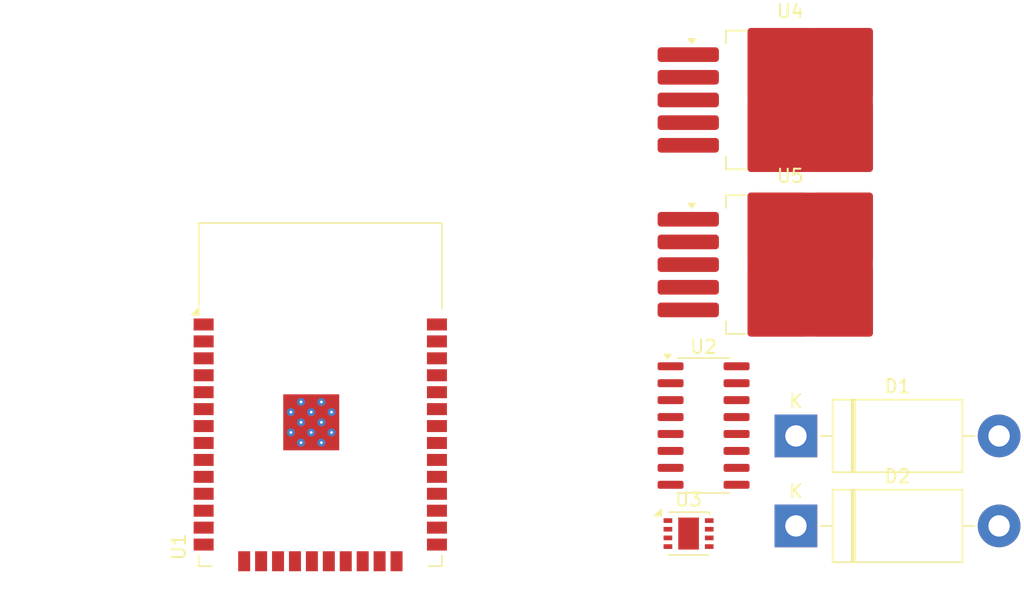
<source format=kicad_pcb>
(kicad_pcb (version 20240108) (generator "pcbnew") (generator_version "8.0")
  (layers (0 "F.Cu" signal) (31 "B.Cu" signal) (34 "B.Paste" user) (35 "F.Paste" user) (36 "B.SilkS" user "B.Silkscreen") (37 "F.SilkS" user "F.Silkscreen") (38 "B.Mask" user) (39 "F.Mask" user) (44 "Edge.Cuts" user))
  (net 0 "")
  (net 1 "Net-(U1-GND-Pad1)")
  (net 61 "Net-(D1-K)")
  (net 62 "GND")
  (net 63 "Net-(D2-K)")
  (net 64 "+5V")
  (net 65 "+12V")
  (net 66 "+3.3V")
  (footprint "Diode_THT:D_DO-201AD_P15.24mm_Horizontal" (layer "F.Cu") (at 175.1584 101.8096)
    (property "Reference" "D1" (at 7.62 -3.72 0) (layer "F.SilkS"))
    (property "Value" "1N5820")
    (fp_line (start 1.84 0) (end 2.75 0) (stroke (width 0.12)) (layer "F.SilkS"))
    (fp_line (start 2.75 -2.72) (end 2.75 2.72) (stroke (width 0.12)) (layer "F.SilkS"))
    (fp_line (start 2.75 2.72) (end 12.49 2.72) (stroke (width 0.12)) (layer "F.SilkS"))
    (fp_line (start 4.175 -2.72) (end 4.175 2.72) (stroke (width 0.12)) (layer "F.SilkS"))
    (fp_line (start 4.295 -2.72) (end 4.295 2.72) (stroke (width 0.12)) (layer "F.SilkS"))
    (fp_line (start 4.415 -2.72) (end 4.415 2.72) (stroke (width 0.12)) (layer "F.SilkS"))
    (fp_line (start 12.49 -2.72) (end 2.75 -2.72) (stroke (width 0.12)) (layer "F.SilkS"))
    (fp_line (start 12.49 2.72) (end 12.49 -2.72) (stroke (width 0.12)) (layer "F.SilkS"))
    (fp_line (start 13.4 0) (end 12.49 0) (stroke (width 0.12)) (layer "F.SilkS"))
    (fp_text user "K" (at 0 -2.6 0) (layer "F.SilkS"))
    (pad "1" thru_hole rect (at 0 0) (size 3.2 3.2) (drill 1.6) (layers "*.Cu" "*.Mask") (net 61 "Net-(D1-K)"))
    (pad "2" thru_hole oval (at 15.24 0) (size 3.2 3.2) (drill 1.6) (layers "*.Cu" "*.Mask") (net 62 "GND"))
  )
  (footprint "Diode_THT:D_DO-201AD_P15.24mm_Horizontal" (layer "F.Cu") (at 175.1584 108.5596)
    (property "Reference" "D2" (at 7.62 -3.72 0) (layer "F.SilkS"))
    (property "Value" "1N5820")
    (fp_line (start 1.84 0) (end 2.75 0) (stroke (width 0.12)) (layer "F.SilkS"))
    (fp_line (start 2.75 -2.72) (end 2.75 2.72) (stroke (width 0.12)) (layer "F.SilkS"))
    (fp_line (start 2.75 2.72) (end 12.49 2.72) (stroke (width 0.12)) (layer "F.SilkS"))
    (fp_line (start 4.175 -2.72) (end 4.175 2.72) (stroke (width 0.12)) (layer "F.SilkS"))
    (fp_line (start 4.295 -2.72) (end 4.295 2.72) (stroke (width 0.12)) (layer "F.SilkS"))
    (fp_line (start 4.415 -2.72) (end 4.415 2.72) (stroke (width 0.12)) (layer "F.SilkS"))
    (fp_line (start 12.49 -2.72) (end 2.75 -2.72) (stroke (width 0.12)) (layer "F.SilkS"))
    (fp_line (start 12.49 2.72) (end 12.49 -2.72) (stroke (width 0.12)) (layer "F.SilkS"))
    (fp_line (start 13.4 0) (end 12.49 0) (stroke (width 0.12)) (layer "F.SilkS"))
    (fp_text user "K" (at 0 -2.6 0) (layer "F.SilkS"))
    (pad "1" thru_hole rect (at 0 0) (size 3.2 3.2) (drill 1.6) (layers "*.Cu" "*.Mask") (net 63 "Net-(D2-K)"))
    (pad "2" thru_hole oval (at 15.24 0) (size 3.2 3.2) (drill 1.6) (layers "*.Cu" "*.Mask") (net 62 "GND"))
  )
  (footprint "Package_TO_SOT_SMD:TO-263-5_TabPin3" (layer "F.Cu") (at 174.731 76.609)
    (property "Reference" "U4" (at 0 -6.65 0) (layer "F.SilkS"))
    (property "Value" "LM2576S-5")
    (fp_line (start -4.825 -5.2) (end -4.825 -4.25) (stroke (width 0.12)) (layer "F.SilkS"))
    (fp_line (start -4.825 5.2) (end -4.825 4.25) (stroke (width 0.12)) (layer "F.SilkS"))
    (fp_line (start -3.325 -5.2) (end -4.825 -5.2) (stroke (width 0.12)) (layer "F.SilkS"))
    (fp_line (start -3.325 5.2) (end -4.825 5.2) (stroke (width 0.12)) (layer "F.SilkS"))
    (fp_poly (pts (xy -7.3875 -4.25) (xy -7.6275 -4.58) (xy -7.1475 -4.58) (xy -7.3875 -4.25)) (stroke (width 0.12)) (fill solid) (layer "F.SilkS"))
    (pad "1" smd roundrect (at -7.65 -3.4) (size 4.6 1.1) (layers "F.Cu" "F.Paste" "F.Mask") (roundrect_rratio 0.227273) (net 65 "+12V"))
    (pad "2" smd roundrect (at -7.65 -1.7) (size 4.6 1.1) (layers "F.Cu" "F.Paste" "F.Mask") (roundrect_rratio 0.227273) (net 63 "Net-(D2-K)"))
    (pad "3" smd roundrect (at -7.65 0) (size 4.6 1.1) (layers "F.Cu" "F.Paste" "F.Mask") (roundrect_rratio 0.227273) (net 62 "GND"))
    (pad "3" smd roundrect (at -0.925 -2.775) (size 4.55 5.25) (layers "F.Cu" "F.Paste") (roundrect_rratio 0.054945) (net 62 "GND"))
    (pad "3" smd roundrect (at -0.925 2.775) (size 4.55 5.25) (layers "F.Cu" "F.Paste") (roundrect_rratio 0.054945) (net 62 "GND"))
    (pad "3" smd roundrect (at 1.5 0) (size 9.4 10.8) (layers "F.Cu" "F.Mask") (roundrect_rratio 0.026596) (net 62 "GND"))
    (pad "3" smd roundrect (at 3.925 -2.775) (size 4.55 5.25) (layers "F.Cu" "F.Paste") (roundrect_rratio 0.054945) (net 62 "GND"))
    (pad "3" smd roundrect (at 3.925 2.775) (size 4.55 5.25) (layers "F.Cu" "F.Paste") (roundrect_rratio 0.054945) (net 62 "GND"))
    (pad "4" smd roundrect (at -7.65 1.7) (size 4.6 1.1) (layers "F.Cu" "F.Paste" "F.Mask") (roundrect_rratio 0.227273) (net 64 "+5V"))
    (pad "5" smd roundrect (at -7.65 3.4) (size 4.6 1.1) (layers "F.Cu" "F.Paste" "F.Mask") (roundrect_rratio 0.227273) (net 62 "GND"))
  )
  (footprint "RF_Module:ESP32-WROOM-32" (layer "F.Cu") (at 139.481 101.699)
    (property "Reference" "U1" (at -10.61 8.43 90) (layer "F.SilkS"))
    (property "Value" "ESP32-WROOM-32")
    (fp_line (start -9.12 -15.86) (end -9.12 -9.7) (stroke (width 0.12)) (layer "F.SilkS"))
    (fp_line (start -9.12 -15.86) (end 9.12 -15.86) (stroke (width 0.12)) (layer "F.SilkS"))
    (fp_line (start -9.12 9.1) (end -9.12 9.88) (stroke (width 0.12)) (layer "F.SilkS"))
    (fp_line (start -9.12 9.88) (end -8.12 9.88) (stroke (width 0.12)) (layer "F.SilkS"))
    (fp_line (start 9.12 -15.86) (end 9.12 -9.445) (stroke (width 0.12)) (layer "F.SilkS"))
    (fp_line (start 9.12 9.1) (end 9.12 9.88) (stroke (width 0.12)) (layer "F.SilkS"))
    (fp_line (start 9.12 9.88) (end 8.12 9.88) (stroke (width 0.12)) (layer "F.SilkS"))
    (fp_poly (pts (xy -9.125 -8.975) (xy -9.625 -8.975) (xy -9.125 -9.475) (xy -9.125 -8.975)) (stroke (width 0.12)) (fill solid) (layer "F.SilkS"))
    (pad "1" smd rect (at -8.75 -8.25) (size 1.5 0.9) (layers "F.Cu" "F.Paste" "F.Mask") (net 1 "Net-(U1-GND-Pad1)"))
    (pad "2" smd rect (at -8.75 -6.98) (size 1.5 0.9) (layers "F.Cu" "F.Paste" "F.Mask"))
    (pad "3" smd rect (at -8.75 -5.71) (size 1.5 0.9) (layers "F.Cu" "F.Paste" "F.Mask"))
    (pad "4" smd rect (at -8.75 -4.44) (size 1.5 0.9) (layers "F.Cu" "F.Paste" "F.Mask"))
    (pad "5" smd rect (at -8.75 -3.17) (size 1.5 0.9) (layers "F.Cu" "F.Paste" "F.Mask"))
    (pad "6" smd rect (at -8.75 -1.9) (size 1.5 0.9) (layers "F.Cu" "F.Paste" "F.Mask"))
    (pad "7" smd rect (at -8.75 -0.63) (size 1.5 0.9) (layers "F.Cu" "F.Paste" "F.Mask"))
    (pad "8" smd rect (at -8.75 0.64) (size 1.5 0.9) (layers "F.Cu" "F.Paste" "F.Mask"))
    (pad "9" smd rect (at -8.75 1.91) (size 1.5 0.9) (layers "F.Cu" "F.Paste" "F.Mask"))
    (pad "10" smd rect (at -8.75 3.18) (size 1.5 0.9) (layers "F.Cu" "F.Paste" "F.Mask"))
    (pad "11" smd rect (at -8.75 4.45) (size 1.5 0.9) (layers "F.Cu" "F.Paste" "F.Mask"))
    (pad "12" smd rect (at -8.75 5.72) (size 1.5 0.9) (layers "F.Cu" "F.Paste" "F.Mask"))
    (pad "13" smd rect (at -8.75 6.99) (size 1.5 0.9) (layers "F.Cu" "F.Paste" "F.Mask"))
    (pad "14" smd rect (at -8.75 8.26) (size 1.5 0.9) (layers "F.Cu" "F.Paste" "F.Mask"))
    (pad "15" smd rect (at -5.71 9.51 90) (size 1.5 0.9) (layers "F.Cu" "F.Paste" "F.Mask") (net 1 "Net-(U1-GND-Pad1)"))
    (pad "16" smd rect (at -4.44 9.51 90) (size 1.5 0.9) (layers "F.Cu" "F.Paste" "F.Mask"))
    (pad "17" smd rect (at -3.17 9.51 90) (size 1.5 0.9) (layers "F.Cu" "F.Paste" "F.Mask"))
    (pad "18" smd rect (at -1.9 9.51 90) (size 1.5 0.9) (layers "F.Cu" "F.Paste" "F.Mask"))
    (pad "19" smd rect (at -0.63 9.51 90) (size 1.5 0.9) (layers "F.Cu" "F.Paste" "F.Mask"))
    (pad "20" smd rect (at 0.64 9.51 90) (size 1.5 0.9) (layers "F.Cu" "F.Paste" "F.Mask"))
    (pad "21" smd rect (at 1.91 9.51 90) (size 1.5 0.9) (layers "F.Cu" "F.Paste" "F.Mask"))
    (pad "22" smd rect (at 3.18 9.51 90) (size 1.5 0.9) (layers "F.Cu" "F.Paste" "F.Mask"))
    (pad "23" smd rect (at 4.45 9.51 90) (size 1.5 0.9) (layers "F.Cu" "F.Paste" "F.Mask"))
    (pad "24" smd rect (at 5.72 9.51 90) (size 1.5 0.9) (layers "F.Cu" "F.Paste" "F.Mask"))
    (pad "25" smd rect (at 8.75 8.26) (size 1.5 0.9) (layers "F.Cu" "F.Paste" "F.Mask"))
    (pad "26" smd rect (at 8.75 6.99) (size 1.5 0.9) (layers "F.Cu" "F.Paste" "F.Mask"))
    (pad "27" smd rect (at 8.75 5.72) (size 1.5 0.9) (layers "F.Cu" "F.Paste" "F.Mask"))
    (pad "28" smd rect (at 8.75 4.45) (size 1.5 0.9) (layers "F.Cu" "F.Paste" "F.Mask"))
    (pad "29" smd rect (at 8.75 3.18) (size 1.5 0.9) (layers "F.Cu" "F.Paste" "F.Mask"))
    (pad "30" smd rect (at 8.75 1.91) (size 1.5 0.9) (layers "F.Cu" "F.Paste" "F.Mask"))
    (pad "31" smd rect (at 8.75 0.64) (size 1.5 0.9) (layers "F.Cu" "F.Paste" "F.Mask"))
    (pad "32" smd rect (at 8.75 -0.63) (size 1.5 0.9) (layers "F.Cu" "F.Paste" "F.Mask"))
    (pad "33" smd rect (at 8.75 -1.9) (size 1.5 0.9) (layers "F.Cu" "F.Paste" "F.Mask"))
    (pad "34" smd rect (at 8.75 -3.17) (size 1.5 0.9) (layers "F.Cu" "F.Paste" "F.Mask"))
    (pad "35" smd rect (at 8.75 -4.44) (size 1.5 0.9) (layers "F.Cu" "F.Paste" "F.Mask"))
    (pad "36" smd rect (at 8.75 -5.71) (size 1.5 0.9) (layers "F.Cu" "F.Paste" "F.Mask"))
    (pad "37" smd rect (at 8.75 -6.98) (size 1.5 0.9) (layers "F.Cu" "F.Paste" "F.Mask"))
    (pad "38" smd rect (at 8.75 -8.25) (size 1.5 0.9) (layers "F.Cu" "F.Paste" "F.Mask") (net 1 "Net-(U1-GND-Pad1)"))
    (pad "39" smd rect (at -2.205 -2.435) (size 1.05 1.05) (layers "F.Cu" "F.Paste") (net 1 "Net-(U1-GND-Pad1)"))
    (pad "39" thru_hole circle (at -2.205 -1.6725) (size 0.6 0.6) (drill 0.2) (property pad_prop_heatsink) (layers "*.Cu" "F.Mask") (net 1 "Net-(U1-GND-Pad1)"))
    (pad "39" smd rect (at -2.205 -0.91) (size 1.05 1.05) (layers "F.Cu" "F.Paste") (net 1 "Net-(U1-GND-Pad1)"))
    (pad "39" thru_hole circle (at -2.205 -0.1475) (size 0.6 0.6) (drill 0.2) (property pad_prop_heatsink) (layers "*.Cu" "F.Mask") (net 1 "Net-(U1-GND-Pad1)"))
    (pad "39" smd rect (at -2.205 0.615) (size 1.05 1.05) (layers "F.Cu" "F.Paste") (net 1 "Net-(U1-GND-Pad1)"))
    (pad "39" thru_hole circle (at -1.4425 -2.435) (size 0.6 0.6) (drill 0.2) (property pad_prop_heatsink) (layers "*.Cu" "F.Mask") (net 1 "Net-(U1-GND-Pad1)"))
    (pad "39" thru_hole circle (at -1.4425 -0.91) (size 0.6 0.6) (drill 0.2) (property pad_prop_heatsink) (layers "*.Cu" "F.Mask") (net 1 "Net-(U1-GND-Pad1)"))
    (pad "39" thru_hole circle (at -1.4425 0.615) (size 0.6 0.6) (drill 0.2) (property pad_prop_heatsink) (layers "*.Cu" "F.Mask") (net 1 "Net-(U1-GND-Pad1)"))
    (pad "39" smd rect (at -0.68 -2.435) (size 1.05 1.05) (layers "F.Cu" "F.Paste") (net 1 "Net-(U1-GND-Pad1)"))
    (pad "39" thru_hole circle (at -0.68 -1.6725) (size 0.6 0.6) (drill 0.2) (property pad_prop_heatsink) (layers "*.Cu" "F.Mask") (net 1 "Net-(U1-GND-Pad1)"))
    (pad "39" smd rect (at -0.68 -0.91) (size 1.05 1.05) (layers "F.Cu" "F.Paste") (net 1 "Net-(U1-GND-Pad1)"))
    (pad "39" smd rect (at -0.68 -0.91) (size 4.2 4.2) (layers "F.Cu" "F.Mask") (net 1 "Net-(U1-GND-Pad1)"))
    (pad "39" thru_hole circle (at -0.68 -0.1475) (size 0.6 0.6) (drill 0.2) (property pad_prop_heatsink) (layers "*.Cu" "F.Mask") (net 1 "Net-(U1-GND-Pad1)"))
    (pad "39" smd rect (at -0.68 0.615) (size 1.05 1.05) (layers "F.Cu" "F.Paste") (net 1 "Net-(U1-GND-Pad1)"))
    (pad "39" thru_hole circle (at 0.0825 -2.435) (size 0.6 0.6) (drill 0.2) (property pad_prop_heatsink) (layers "*.Cu" "F.Mask") (net 1 "Net-(U1-GND-Pad1)"))
    (pad "39" thru_hole circle (at 0.0825 -0.91) (size 0.6 0.6) (drill 0.2) (property pad_prop_heatsink) (layers "*.Cu" "F.Mask") (net 1 "Net-(U1-GND-Pad1)"))
    (pad "39" thru_hole circle (at 0.0825 0.615) (size 0.6 0.6) (drill 0.2) (property pad_prop_heatsink) (layers "*.Cu" "F.Mask") (net 1 "Net-(U1-GND-Pad1)"))
    (pad "39" smd rect (at 0.845 -2.435) (size 1.05 1.05) (layers "F.Cu" "F.Paste") (net 1 "Net-(U1-GND-Pad1)"))
    (pad "39" thru_hole circle (at 0.845 -1.6725) (size 0.6 0.6) (drill 0.2) (property pad_prop_heatsink) (layers "*.Cu" "F.Mask") (net 1 "Net-(U1-GND-Pad1)"))
    (pad "39" smd rect (at 0.845 -0.91) (size 1.05 1.05) (layers "F.Cu" "F.Paste") (net 1 "Net-(U1-GND-Pad1)"))
    (pad "39" thru_hole circle (at 0.845 -0.1475) (size 0.6 0.6) (drill 0.2) (property pad_prop_heatsink) (layers "*.Cu" "F.Mask") (net 1 "Net-(U1-GND-Pad1)"))
    (pad "39" smd rect (at 0.845 0.615) (size 1.05 1.05) (layers "F.Cu" "F.Paste") (net 1 "Net-(U1-GND-Pad1)"))
  )
  (footprint "Package_TO_SOT_SMD:TO-263-5_TabPin3" (layer "F.Cu") (at 174.731 88.959)
    (property "Reference" "U5" (at 0 -6.65 0) (layer "F.SilkS"))
    (property "Value" "LM2576S-3.3")
    (fp_line (start -4.825 -5.2) (end -4.825 -4.25) (stroke (width 0.12)) (layer "F.SilkS"))
    (fp_line (start -4.825 5.2) (end -4.825 4.25) (stroke (width 0.12)) (layer "F.SilkS"))
    (fp_line (start -3.325 -5.2) (end -4.825 -5.2) (stroke (width 0.12)) (layer "F.SilkS"))
    (fp_line (start -3.325 5.2) (end -4.825 5.2) (stroke (width 0.12)) (layer "F.SilkS"))
    (fp_poly (pts (xy -7.3875 -4.25) (xy -7.6275 -4.58) (xy -7.1475 -4.58) (xy -7.3875 -4.25)) (stroke (width 0.12)) (fill solid) (layer "F.SilkS"))
    (pad "1" smd roundrect (at -7.65 -3.4) (size 4.6 1.1) (layers "F.Cu" "F.Paste" "F.Mask") (roundrect_rratio 0.227273) (net 65 "+12V"))
    (pad "2" smd roundrect (at -7.65 -1.7) (size 4.6 1.1) (layers "F.Cu" "F.Paste" "F.Mask") (roundrect_rratio 0.227273) (net 61 "Net-(D1-K)"))
    (pad "3" smd roundrect (at -7.65 0) (size 4.6 1.1) (layers "F.Cu" "F.Paste" "F.Mask") (roundrect_rratio 0.227273) (net 62 "GND"))
    (pad "3" smd roundrect (at -0.925 -2.775) (size 4.55 5.25) (layers "F.Cu" "F.Paste") (roundrect_rratio 0.054945) (net 62 "GND"))
    (pad "3" smd roundrect (at -0.925 2.775) (size 4.55 5.25) (layers "F.Cu" "F.Paste") (roundrect_rratio 0.054945) (net 62 "GND"))
    (pad "3" smd roundrect (at 1.5 0) (size 9.4 10.8) (layers "F.Cu" "F.Mask") (roundrect_rratio 0.026596) (net 62 "GND"))
    (pad "3" smd roundrect (at 3.925 -2.775) (size 4.55 5.25) (layers "F.Cu" "F.Paste") (roundrect_rratio 0.054945) (net 62 "GND"))
    (pad "3" smd roundrect (at 3.925 2.775) (size 4.55 5.25) (layers "F.Cu" "F.Paste") (roundrect_rratio 0.054945) (net 62 "GND"))
    (pad "4" smd roundrect (at -7.65 1.7) (size 4.6 1.1) (layers "F.Cu" "F.Paste" "F.Mask") (roundrect_rratio 0.227273) (net 66 "+3.3V"))
    (pad "5" smd roundrect (at -7.65 3.4) (size 4.6 1.1) (layers "F.Cu" "F.Paste" "F.Mask") (roundrect_rratio 0.227273) (net 62 "GND"))
  )
  (footprint "Package_DFN_QFN:DFN-8-1EP_3x3mm_P0.65mm_EP1.55x2.4mm" (layer "F.Cu") (at 167.106 109.134)
    (property "Reference" "U3" (at 0 -2.55 0) (layer "F.SilkS"))
    (property "Value" "TJA1051TK-3")
    (fp_line (start -1.5 -1.61) (end 1.5 -1.61) (stroke (width 0.12)) (layer "F.SilkS"))
    (fp_line (start -1.5 1.61) (end 1.5 1.61) (stroke (width 0.12)) (layer "F.SilkS"))
    (fp_line (start 1.56 -1.56) (end 1.56 -1.41) (stroke (width 0.12)) (layer "F.SilkS"))
    (fp_poly (pts (xy -2.06 -1.34) (xy -2.54 -1.34) (xy -2.06 -1.82) (xy -2.06 -1.34)) (stroke (width 0.12)) (fill solid) (layer "F.SilkS"))
    (pad "1" smd rect (at -1.55 -0.975) (size 0.65 0.35) (layers "F.Cu" "F.Paste" "F.Mask"))
    (pad "2" smd rect (at -1.55 -0.325) (size 0.65 0.35) (layers "F.Cu" "F.Paste" "F.Mask"))
    (pad "3" smd rect (at -1.55 0.325) (size 0.65 0.35) (layers "F.Cu" "F.Paste" "F.Mask") (net 64 "+5V"))
    (pad "4" smd rect (at -1.55 0.975) (size 0.65 0.35) (layers "F.Cu" "F.Paste" "F.Mask"))
    (pad "5" smd rect (at 1.55 0.975) (size 0.65 0.35) (layers "F.Cu" "F.Paste" "F.Mask"))
    (pad "6" smd rect (at 1.55 0.325) (size 0.65 0.35) (layers "F.Cu" "F.Paste" "F.Mask"))
    (pad "7" smd rect (at 1.55 -0.325) (size 0.65 0.35) (layers "F.Cu" "F.Paste" "F.Mask"))
    (pad "8" smd rect (at 1.55 -0.975) (size 0.65 0.35) (layers "F.Cu" "F.Paste" "F.Mask"))
    (pad "9" smd rect (at 0 0) (size 1.55 2.4) (layers "F.Cu" "F.Mask"))
  )
  (footprint "Package_SO:SOIC-16_3.9x9.9mm_P1.27mm" (layer "F.Cu") (at 168.231 101.029)
    (property "Reference" "U2" (at 0 -5.9 0) (layer "F.SilkS"))
    (property "Value" "CH340C")
    (fp_line (start 0 -5.06) (end -1.95 -5.06) (stroke (width 0.12)) (layer "F.SilkS"))
    (fp_line (start 0 -5.06) (end 1.95 -5.06) (stroke (width 0.12)) (layer "F.SilkS"))
    (fp_line (start 0 5.06) (end -1.95 5.06) (stroke (width 0.12)) (layer "F.SilkS"))
    (fp_line (start 0 5.06) (end 1.95 5.06) (stroke (width 0.12)) (layer "F.SilkS"))
    (fp_poly (pts (xy -2.7 -5.005) (xy -2.94 -5.335) (xy -2.46 -5.335) (xy -2.7 -5.005)) (stroke (width 0.12)) (fill solid) (layer "F.SilkS"))
    (pad "1" smd roundrect (at -2.475 -4.445) (size 1.95 0.6) (layers "F.Cu" "F.Paste" "F.Mask"))
    (pad "2" smd roundrect (at -2.475 -3.175) (size 1.95 0.6) (layers "F.Cu" "F.Paste" "F.Mask"))
    (pad "3" smd roundrect (at -2.475 -1.905) (size 1.95 0.6) (layers "F.Cu" "F.Paste" "F.Mask"))
    (pad "4" smd roundrect (at -2.475 -0.635) (size 1.95 0.6) (layers "F.Cu" "F.Paste" "F.Mask"))
    (pad "5" smd roundrect (at -2.475 0.635) (size 1.95 0.6) (layers "F.Cu" "F.Paste" "F.Mask"))
    (pad "6" smd roundrect (at -2.475 1.905) (size 1.95 0.6) (layers "F.Cu" "F.Paste" "F.Mask"))
    (pad "7" smd roundrect (at -2.475 3.175) (size 1.95 0.6) (layers "F.Cu" "F.Paste" "F.Mask"))
    (pad "8" smd roundrect (at -2.475 4.445) (size 1.95 0.6) (layers "F.Cu" "F.Paste" "F.Mask"))
    (pad "9" smd roundrect (at 2.475 4.445) (size 1.95 0.6) (layers "F.Cu" "F.Paste" "F.Mask"))
    (pad "10" smd roundrect (at 2.475 3.175) (size 1.95 0.6) (layers "F.Cu" "F.Paste" "F.Mask"))
    (pad "11" smd roundrect (at 2.475 1.905) (size 1.95 0.6) (layers "F.Cu" "F.Paste" "F.Mask"))
    (pad "12" smd roundrect (at 2.475 0.635) (size 1.95 0.6) (layers "F.Cu" "F.Paste" "F.Mask"))
    (pad "13" smd roundrect (at 2.475 -0.635) (size 1.95 0.6) (layers "F.Cu" "F.Paste" "F.Mask"))
    (pad "14" smd roundrect (at 2.475 -1.905) (size 1.95 0.6) (layers "F.Cu" "F.Paste" "F.Mask"))
    (pad "15" smd roundrect (at 2.475 -3.175) (size 1.95 0.6) (layers "F.Cu" "F.Paste" "F.Mask"))
    (pad "16" smd roundrect (at 2.475 -4.445) (size 1.95 0.6) (layers "F.Cu" "F.Paste" "F.Mask"))
  )
)
</source>
